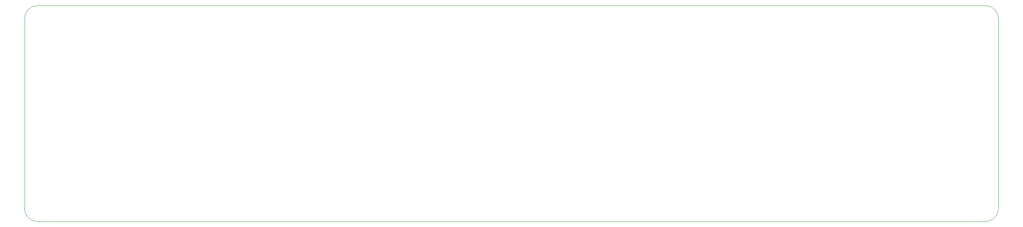
<source format=gbr>
G04 #@! TF.GenerationSoftware,KiCad,Pcbnew,(5.1.6)-1*
G04 #@! TF.CreationDate,2020-09-05T20:44:27+02:00*
G04 #@! TF.ProjectId,netmeter_base,6e65746d-6574-4657-925f-626173652e6b,rev?*
G04 #@! TF.SameCoordinates,Original*
G04 #@! TF.FileFunction,Profile,NP*
%FSLAX46Y46*%
G04 Gerber Fmt 4.6, Leading zero omitted, Abs format (unit mm)*
G04 Created by KiCad (PCBNEW (5.1.6)-1) date 2020-09-05 20:44:27*
%MOMM*%
%LPD*%
G01*
G04 APERTURE LIST*
G04 #@! TA.AperFunction,Profile*
%ADD10C,0.050000*%
G04 #@! TD*
G04 APERTURE END LIST*
D10*
X30000000Y-97000000D02*
X30000000Y-53000000D01*
X255000000Y-97000000D02*
X255000000Y-53000000D01*
X33000000Y-100000000D02*
G75*
G02*
X30000000Y-97000000I0J3000000D01*
G01*
X255000000Y-97000000D02*
G75*
G02*
X252000000Y-100000000I-3000000J0D01*
G01*
X33000000Y-100000000D02*
X252000000Y-100000000D01*
X252000000Y-50000000D02*
X33000000Y-50000000D01*
X252000000Y-50000000D02*
G75*
G02*
X255000000Y-53000000I0J-3000000D01*
G01*
X30000000Y-53000000D02*
G75*
G02*
X33000000Y-50000000I3000000J0D01*
G01*
M02*

</source>
